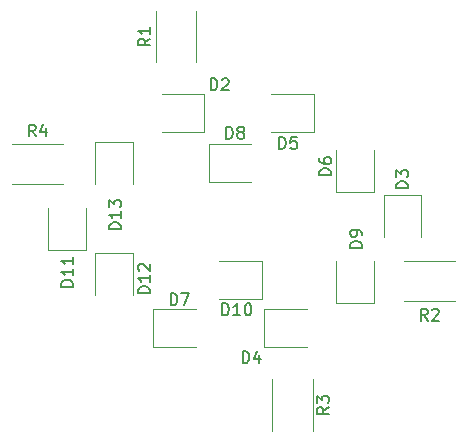
<source format=gbr>
%TF.GenerationSoftware,KiCad,Pcbnew,(5.1.9-0-10_14)*%
%TF.CreationDate,2021-06-06T22:43:36+01:00*%
%TF.ProjectId,gu10-12v-lamp,67753130-2d31-4327-962d-6c616d702e6b,rev?*%
%TF.SameCoordinates,Original*%
%TF.FileFunction,Legend,Top*%
%TF.FilePolarity,Positive*%
%FSLAX46Y46*%
G04 Gerber Fmt 4.6, Leading zero omitted, Abs format (unit mm)*
G04 Created by KiCad (PCBNEW (5.1.9-0-10_14)) date 2021-06-06 22:43:36*
%MOMM*%
%LPD*%
G01*
G04 APERTURE LIST*
%ADD10C,0.120000*%
%ADD11C,0.150000*%
G04 APERTURE END LIST*
D10*
%TO.C,D13*%
X141400000Y-96900000D02*
X141400000Y-93300000D01*
X138200000Y-96900000D02*
X138200000Y-93300000D01*
X141400000Y-93300000D02*
X138200000Y-93300000D01*
%TO.C,D12*%
X141400000Y-106300000D02*
X141400000Y-102700000D01*
X138200000Y-106300000D02*
X138200000Y-102700000D01*
X141400000Y-102700000D02*
X138200000Y-102700000D01*
%TO.C,D11*%
X134200000Y-98900000D02*
X134200000Y-102500000D01*
X137400000Y-98900000D02*
X137400000Y-102500000D01*
X134200000Y-102500000D02*
X137400000Y-102500000D01*
%TO.C,D10*%
X148700000Y-106600000D02*
X152300000Y-106600000D01*
X148700000Y-103400000D02*
X152300000Y-103400000D01*
X152300000Y-106600000D02*
X152300000Y-103400000D01*
%TO.C,D9*%
X158600000Y-103375000D02*
X158600000Y-106975000D01*
X161800000Y-103375000D02*
X161800000Y-106975000D01*
X158600000Y-106975000D02*
X161800000Y-106975000D01*
%TO.C,D8*%
X151400000Y-93500000D02*
X147800000Y-93500000D01*
X151400000Y-96700000D02*
X147800000Y-96700000D01*
X147800000Y-93500000D02*
X147800000Y-96700000D01*
%TO.C,D7*%
X146700000Y-107500000D02*
X143100000Y-107500000D01*
X146700000Y-110700000D02*
X143100000Y-110700000D01*
X143100000Y-107500000D02*
X143100000Y-110700000D01*
%TO.C,D6*%
X158600000Y-94000000D02*
X158600000Y-97600000D01*
X161800000Y-94000000D02*
X161800000Y-97600000D01*
X158600000Y-97600000D02*
X161800000Y-97600000D01*
%TO.C,D5*%
X153100000Y-92500000D02*
X156700000Y-92500000D01*
X153100000Y-89300000D02*
X156700000Y-89300000D01*
X156700000Y-92500000D02*
X156700000Y-89300000D01*
%TO.C,D4*%
X156100000Y-107500000D02*
X152500000Y-107500000D01*
X156100000Y-110700000D02*
X152500000Y-110700000D01*
X152500000Y-107500000D02*
X152500000Y-110700000D01*
%TO.C,D3*%
X165800000Y-101400000D02*
X165800000Y-97800000D01*
X162600000Y-101400000D02*
X162600000Y-97800000D01*
X165800000Y-97800000D02*
X162600000Y-97800000D01*
%TO.C,D2*%
X143800000Y-92500000D02*
X147400000Y-92500000D01*
X143800000Y-89300000D02*
X147400000Y-89300000D01*
X147400000Y-92500000D02*
X147400000Y-89300000D01*
%TO.C,R4*%
X135477064Y-96910000D02*
X131122936Y-96910000D01*
X135477064Y-93490000D02*
X131122936Y-93490000D01*
%TO.C,R3*%
X156610000Y-113422936D02*
X156610000Y-117777064D01*
X153190000Y-113422936D02*
X153190000Y-117777064D01*
%TO.C,R2*%
X164322936Y-103390000D02*
X168677064Y-103390000D01*
X164322936Y-106810000D02*
X168677064Y-106810000D01*
%TO.C,R1*%
X143290000Y-86577064D02*
X143290000Y-82222936D01*
X146710000Y-86577064D02*
X146710000Y-82222936D01*
%TO.C,D13*%
D11*
X140352380Y-100714285D02*
X139352380Y-100714285D01*
X139352380Y-100476190D01*
X139400000Y-100333333D01*
X139495238Y-100238095D01*
X139590476Y-100190476D01*
X139780952Y-100142857D01*
X139923809Y-100142857D01*
X140114285Y-100190476D01*
X140209523Y-100238095D01*
X140304761Y-100333333D01*
X140352380Y-100476190D01*
X140352380Y-100714285D01*
X140352380Y-99190476D02*
X140352380Y-99761904D01*
X140352380Y-99476190D02*
X139352380Y-99476190D01*
X139495238Y-99571428D01*
X139590476Y-99666666D01*
X139638095Y-99761904D01*
X139352380Y-98857142D02*
X139352380Y-98238095D01*
X139733333Y-98571428D01*
X139733333Y-98428571D01*
X139780952Y-98333333D01*
X139828571Y-98285714D01*
X139923809Y-98238095D01*
X140161904Y-98238095D01*
X140257142Y-98285714D01*
X140304761Y-98333333D01*
X140352380Y-98428571D01*
X140352380Y-98714285D01*
X140304761Y-98809523D01*
X140257142Y-98857142D01*
%TO.C,D12*%
X142802380Y-106114285D02*
X141802380Y-106114285D01*
X141802380Y-105876190D01*
X141850000Y-105733333D01*
X141945238Y-105638095D01*
X142040476Y-105590476D01*
X142230952Y-105542857D01*
X142373809Y-105542857D01*
X142564285Y-105590476D01*
X142659523Y-105638095D01*
X142754761Y-105733333D01*
X142802380Y-105876190D01*
X142802380Y-106114285D01*
X142802380Y-104590476D02*
X142802380Y-105161904D01*
X142802380Y-104876190D02*
X141802380Y-104876190D01*
X141945238Y-104971428D01*
X142040476Y-105066666D01*
X142088095Y-105161904D01*
X141897619Y-104209523D02*
X141850000Y-104161904D01*
X141802380Y-104066666D01*
X141802380Y-103828571D01*
X141850000Y-103733333D01*
X141897619Y-103685714D01*
X141992857Y-103638095D01*
X142088095Y-103638095D01*
X142230952Y-103685714D01*
X142802380Y-104257142D01*
X142802380Y-103638095D01*
%TO.C,D11*%
X136302380Y-105564285D02*
X135302380Y-105564285D01*
X135302380Y-105326190D01*
X135350000Y-105183333D01*
X135445238Y-105088095D01*
X135540476Y-105040476D01*
X135730952Y-104992857D01*
X135873809Y-104992857D01*
X136064285Y-105040476D01*
X136159523Y-105088095D01*
X136254761Y-105183333D01*
X136302380Y-105326190D01*
X136302380Y-105564285D01*
X136302380Y-104040476D02*
X136302380Y-104611904D01*
X136302380Y-104326190D02*
X135302380Y-104326190D01*
X135445238Y-104421428D01*
X135540476Y-104516666D01*
X135588095Y-104611904D01*
X136302380Y-103088095D02*
X136302380Y-103659523D01*
X136302380Y-103373809D02*
X135302380Y-103373809D01*
X135445238Y-103469047D01*
X135540476Y-103564285D01*
X135588095Y-103659523D01*
%TO.C,D10*%
X148935714Y-108002380D02*
X148935714Y-107002380D01*
X149173809Y-107002380D01*
X149316666Y-107050000D01*
X149411904Y-107145238D01*
X149459523Y-107240476D01*
X149507142Y-107430952D01*
X149507142Y-107573809D01*
X149459523Y-107764285D01*
X149411904Y-107859523D01*
X149316666Y-107954761D01*
X149173809Y-108002380D01*
X148935714Y-108002380D01*
X150459523Y-108002380D02*
X149888095Y-108002380D01*
X150173809Y-108002380D02*
X150173809Y-107002380D01*
X150078571Y-107145238D01*
X149983333Y-107240476D01*
X149888095Y-107288095D01*
X151078571Y-107002380D02*
X151173809Y-107002380D01*
X151269047Y-107050000D01*
X151316666Y-107097619D01*
X151364285Y-107192857D01*
X151411904Y-107383333D01*
X151411904Y-107621428D01*
X151364285Y-107811904D01*
X151316666Y-107907142D01*
X151269047Y-107954761D01*
X151173809Y-108002380D01*
X151078571Y-108002380D01*
X150983333Y-107954761D01*
X150935714Y-107907142D01*
X150888095Y-107811904D01*
X150840476Y-107621428D01*
X150840476Y-107383333D01*
X150888095Y-107192857D01*
X150935714Y-107097619D01*
X150983333Y-107050000D01*
X151078571Y-107002380D01*
%TO.C,D9*%
X160752380Y-102288095D02*
X159752380Y-102288095D01*
X159752380Y-102050000D01*
X159800000Y-101907142D01*
X159895238Y-101811904D01*
X159990476Y-101764285D01*
X160180952Y-101716666D01*
X160323809Y-101716666D01*
X160514285Y-101764285D01*
X160609523Y-101811904D01*
X160704761Y-101907142D01*
X160752380Y-102050000D01*
X160752380Y-102288095D01*
X160752380Y-101240476D02*
X160752380Y-101050000D01*
X160704761Y-100954761D01*
X160657142Y-100907142D01*
X160514285Y-100811904D01*
X160323809Y-100764285D01*
X159942857Y-100764285D01*
X159847619Y-100811904D01*
X159800000Y-100859523D01*
X159752380Y-100954761D01*
X159752380Y-101145238D01*
X159800000Y-101240476D01*
X159847619Y-101288095D01*
X159942857Y-101335714D01*
X160180952Y-101335714D01*
X160276190Y-101288095D01*
X160323809Y-101240476D01*
X160371428Y-101145238D01*
X160371428Y-100954761D01*
X160323809Y-100859523D01*
X160276190Y-100811904D01*
X160180952Y-100764285D01*
%TO.C,D8*%
X149261904Y-93052380D02*
X149261904Y-92052380D01*
X149500000Y-92052380D01*
X149642857Y-92100000D01*
X149738095Y-92195238D01*
X149785714Y-92290476D01*
X149833333Y-92480952D01*
X149833333Y-92623809D01*
X149785714Y-92814285D01*
X149738095Y-92909523D01*
X149642857Y-93004761D01*
X149500000Y-93052380D01*
X149261904Y-93052380D01*
X150404761Y-92480952D02*
X150309523Y-92433333D01*
X150261904Y-92385714D01*
X150214285Y-92290476D01*
X150214285Y-92242857D01*
X150261904Y-92147619D01*
X150309523Y-92100000D01*
X150404761Y-92052380D01*
X150595238Y-92052380D01*
X150690476Y-92100000D01*
X150738095Y-92147619D01*
X150785714Y-92242857D01*
X150785714Y-92290476D01*
X150738095Y-92385714D01*
X150690476Y-92433333D01*
X150595238Y-92480952D01*
X150404761Y-92480952D01*
X150309523Y-92528571D01*
X150261904Y-92576190D01*
X150214285Y-92671428D01*
X150214285Y-92861904D01*
X150261904Y-92957142D01*
X150309523Y-93004761D01*
X150404761Y-93052380D01*
X150595238Y-93052380D01*
X150690476Y-93004761D01*
X150738095Y-92957142D01*
X150785714Y-92861904D01*
X150785714Y-92671428D01*
X150738095Y-92576190D01*
X150690476Y-92528571D01*
X150595238Y-92480952D01*
%TO.C,D7*%
X144561904Y-107152380D02*
X144561904Y-106152380D01*
X144800000Y-106152380D01*
X144942857Y-106200000D01*
X145038095Y-106295238D01*
X145085714Y-106390476D01*
X145133333Y-106580952D01*
X145133333Y-106723809D01*
X145085714Y-106914285D01*
X145038095Y-107009523D01*
X144942857Y-107104761D01*
X144800000Y-107152380D01*
X144561904Y-107152380D01*
X145466666Y-106152380D02*
X146133333Y-106152380D01*
X145704761Y-107152380D01*
%TO.C,D6*%
X158152380Y-96138095D02*
X157152380Y-96138095D01*
X157152380Y-95900000D01*
X157200000Y-95757142D01*
X157295238Y-95661904D01*
X157390476Y-95614285D01*
X157580952Y-95566666D01*
X157723809Y-95566666D01*
X157914285Y-95614285D01*
X158009523Y-95661904D01*
X158104761Y-95757142D01*
X158152380Y-95900000D01*
X158152380Y-96138095D01*
X157152380Y-94709523D02*
X157152380Y-94900000D01*
X157200000Y-94995238D01*
X157247619Y-95042857D01*
X157390476Y-95138095D01*
X157580952Y-95185714D01*
X157961904Y-95185714D01*
X158057142Y-95138095D01*
X158104761Y-95090476D01*
X158152380Y-94995238D01*
X158152380Y-94804761D01*
X158104761Y-94709523D01*
X158057142Y-94661904D01*
X157961904Y-94614285D01*
X157723809Y-94614285D01*
X157628571Y-94661904D01*
X157580952Y-94709523D01*
X157533333Y-94804761D01*
X157533333Y-94995238D01*
X157580952Y-95090476D01*
X157628571Y-95138095D01*
X157723809Y-95185714D01*
%TO.C,D5*%
X153761904Y-93902380D02*
X153761904Y-92902380D01*
X154000000Y-92902380D01*
X154142857Y-92950000D01*
X154238095Y-93045238D01*
X154285714Y-93140476D01*
X154333333Y-93330952D01*
X154333333Y-93473809D01*
X154285714Y-93664285D01*
X154238095Y-93759523D01*
X154142857Y-93854761D01*
X154000000Y-93902380D01*
X153761904Y-93902380D01*
X155238095Y-92902380D02*
X154761904Y-92902380D01*
X154714285Y-93378571D01*
X154761904Y-93330952D01*
X154857142Y-93283333D01*
X155095238Y-93283333D01*
X155190476Y-93330952D01*
X155238095Y-93378571D01*
X155285714Y-93473809D01*
X155285714Y-93711904D01*
X155238095Y-93807142D01*
X155190476Y-93854761D01*
X155095238Y-93902380D01*
X154857142Y-93902380D01*
X154761904Y-93854761D01*
X154714285Y-93807142D01*
%TO.C,D4*%
X150661904Y-112052380D02*
X150661904Y-111052380D01*
X150900000Y-111052380D01*
X151042857Y-111100000D01*
X151138095Y-111195238D01*
X151185714Y-111290476D01*
X151233333Y-111480952D01*
X151233333Y-111623809D01*
X151185714Y-111814285D01*
X151138095Y-111909523D01*
X151042857Y-112004761D01*
X150900000Y-112052380D01*
X150661904Y-112052380D01*
X152090476Y-111385714D02*
X152090476Y-112052380D01*
X151852380Y-111004761D02*
X151614285Y-111719047D01*
X152233333Y-111719047D01*
%TO.C,D3*%
X164652380Y-97238095D02*
X163652380Y-97238095D01*
X163652380Y-97000000D01*
X163700000Y-96857142D01*
X163795238Y-96761904D01*
X163890476Y-96714285D01*
X164080952Y-96666666D01*
X164223809Y-96666666D01*
X164414285Y-96714285D01*
X164509523Y-96761904D01*
X164604761Y-96857142D01*
X164652380Y-97000000D01*
X164652380Y-97238095D01*
X163652380Y-96333333D02*
X163652380Y-95714285D01*
X164033333Y-96047619D01*
X164033333Y-95904761D01*
X164080952Y-95809523D01*
X164128571Y-95761904D01*
X164223809Y-95714285D01*
X164461904Y-95714285D01*
X164557142Y-95761904D01*
X164604761Y-95809523D01*
X164652380Y-95904761D01*
X164652380Y-96190476D01*
X164604761Y-96285714D01*
X164557142Y-96333333D01*
%TO.C,D2*%
X147961904Y-88952380D02*
X147961904Y-87952380D01*
X148200000Y-87952380D01*
X148342857Y-88000000D01*
X148438095Y-88095238D01*
X148485714Y-88190476D01*
X148533333Y-88380952D01*
X148533333Y-88523809D01*
X148485714Y-88714285D01*
X148438095Y-88809523D01*
X148342857Y-88904761D01*
X148200000Y-88952380D01*
X147961904Y-88952380D01*
X148914285Y-88047619D02*
X148961904Y-88000000D01*
X149057142Y-87952380D01*
X149295238Y-87952380D01*
X149390476Y-88000000D01*
X149438095Y-88047619D01*
X149485714Y-88142857D01*
X149485714Y-88238095D01*
X149438095Y-88380952D01*
X148866666Y-88952380D01*
X149485714Y-88952380D01*
%TO.C,R4*%
X133133333Y-92852380D02*
X132800000Y-92376190D01*
X132561904Y-92852380D02*
X132561904Y-91852380D01*
X132942857Y-91852380D01*
X133038095Y-91900000D01*
X133085714Y-91947619D01*
X133133333Y-92042857D01*
X133133333Y-92185714D01*
X133085714Y-92280952D01*
X133038095Y-92328571D01*
X132942857Y-92376190D01*
X132561904Y-92376190D01*
X133990476Y-92185714D02*
X133990476Y-92852380D01*
X133752380Y-91804761D02*
X133514285Y-92519047D01*
X134133333Y-92519047D01*
%TO.C,R3*%
X157972380Y-115766666D02*
X157496190Y-116100000D01*
X157972380Y-116338095D02*
X156972380Y-116338095D01*
X156972380Y-115957142D01*
X157020000Y-115861904D01*
X157067619Y-115814285D01*
X157162857Y-115766666D01*
X157305714Y-115766666D01*
X157400952Y-115814285D01*
X157448571Y-115861904D01*
X157496190Y-115957142D01*
X157496190Y-116338095D01*
X156972380Y-115433333D02*
X156972380Y-114814285D01*
X157353333Y-115147619D01*
X157353333Y-115004761D01*
X157400952Y-114909523D01*
X157448571Y-114861904D01*
X157543809Y-114814285D01*
X157781904Y-114814285D01*
X157877142Y-114861904D01*
X157924761Y-114909523D01*
X157972380Y-115004761D01*
X157972380Y-115290476D01*
X157924761Y-115385714D01*
X157877142Y-115433333D01*
%TO.C,R2*%
X166333333Y-108452380D02*
X166000000Y-107976190D01*
X165761904Y-108452380D02*
X165761904Y-107452380D01*
X166142857Y-107452380D01*
X166238095Y-107500000D01*
X166285714Y-107547619D01*
X166333333Y-107642857D01*
X166333333Y-107785714D01*
X166285714Y-107880952D01*
X166238095Y-107928571D01*
X166142857Y-107976190D01*
X165761904Y-107976190D01*
X166714285Y-107547619D02*
X166761904Y-107500000D01*
X166857142Y-107452380D01*
X167095238Y-107452380D01*
X167190476Y-107500000D01*
X167238095Y-107547619D01*
X167285714Y-107642857D01*
X167285714Y-107738095D01*
X167238095Y-107880952D01*
X166666666Y-108452380D01*
X167285714Y-108452380D01*
%TO.C,R1*%
X142832380Y-84566666D02*
X142356190Y-84900000D01*
X142832380Y-85138095D02*
X141832380Y-85138095D01*
X141832380Y-84757142D01*
X141880000Y-84661904D01*
X141927619Y-84614285D01*
X142022857Y-84566666D01*
X142165714Y-84566666D01*
X142260952Y-84614285D01*
X142308571Y-84661904D01*
X142356190Y-84757142D01*
X142356190Y-85138095D01*
X142832380Y-83614285D02*
X142832380Y-84185714D01*
X142832380Y-83900000D02*
X141832380Y-83900000D01*
X141975238Y-83995238D01*
X142070476Y-84090476D01*
X142118095Y-84185714D01*
%TD*%
M02*

</source>
